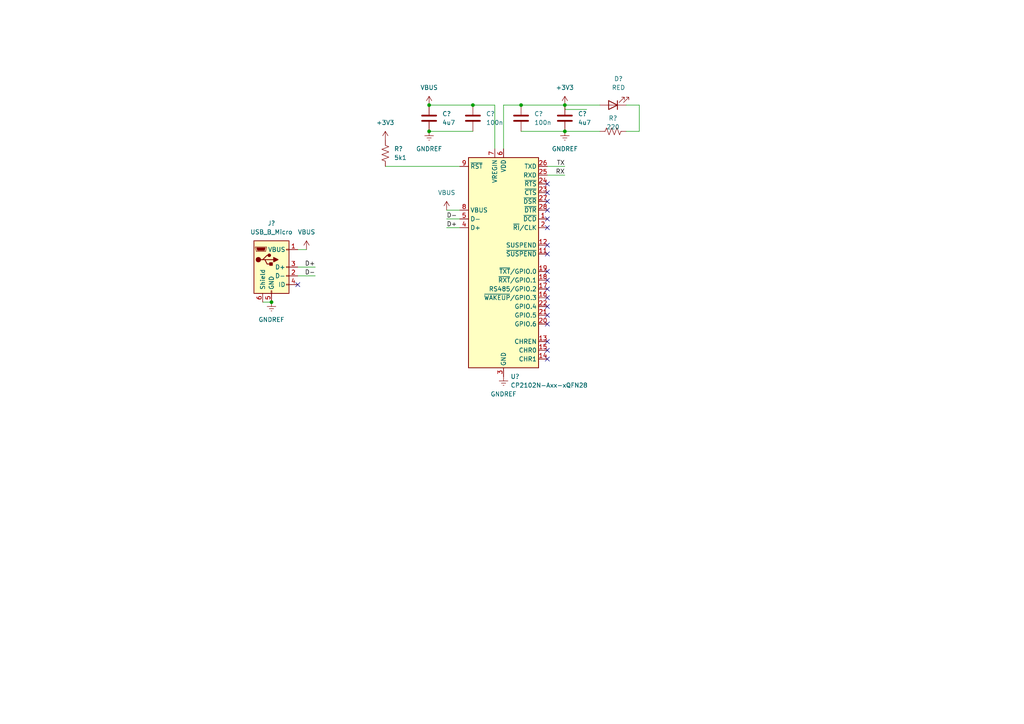
<source format=kicad_sch>
(kicad_sch (version 20211123) (generator eeschema)
  (paper "A4")
  (lib_symbols
    (symbol "Connector:USB_B_Micro" (pin_names (offset 1.016))
      (property "Reference" "J" (at -5.08 11.43 0))
      (property "Value" "USB_B_Micro" (at -5.08 8.89 0))
      (symbol "USB_B_Micro_0_1"
        (rectangle (start -5.08 -7.62) (end 5.08 7.62) (stroke (width 0.254)) (fill (type background)))
        (circle (center -3.81 2.159) (radius 0.635) (stroke (width 0.254)) (fill (type outline)))
        (circle (center -0.635 3.429) (radius 0.381) (stroke (width 0.254)) (fill (type outline)))
        (rectangle (start -0.127 -7.62) (end 0.127 -6.858))
        (polyline (pts (xy -1.905 2.159) (xy 0.635 2.159)) (stroke (width 0.254)))
        (polyline (pts (xy -3.175 2.159) (xy -2.54 2.159) (xy -1.27 3.429) (xy -0.635 3.429)) (stroke (width 0.254)))
        (polyline (pts (xy -2.54 2.159) (xy -1.905 2.159) (xy -1.27 0.889) (xy 0 0.889)) (stroke (width 0.254)))
        (polyline (pts (xy 0.635 2.794) (xy 0.635 1.524) (xy 1.905 2.159) (xy 0.635 2.794)) (stroke (width 0.254)) (fill (type outline)))
        (polyline (pts (xy -4.318 5.588) (xy -1.778 5.588) (xy -2.032 4.826) (xy -4.064 4.826) (xy -4.318 5.588)) (fill (type outline)))
        (polyline (pts (xy -4.699 5.842) (xy -4.699 5.588) (xy -4.445 4.826) (xy -4.445 4.572) (xy -1.651 4.572) (xy -1.651 4.826) (xy -1.397 5.588) (xy -1.397 5.842) (xy -4.699 5.842)))
        (rectangle (start 0.254 1.27) (end -0.508 0.508) (stroke (width 0.254)) (fill (type outline)))
        (rectangle (start 5.08 -5.207) (end 4.318 -4.953))
        (rectangle (start 5.08 -2.667) (end 4.318 -2.413))
        (rectangle (start 5.08 -0.127) (end 4.318 0.127))
        (rectangle (start 5.08 4.953) (end 4.318 5.207))
      )
      (symbol "USB_B_Micro_1_1"
        (pin power_out line (at 7.62 5.08 180) (length 2.54) (name "VBUS") (number "1"))
        (pin bidirectional line (at 7.62 -2.54 180) (length 2.54) (name "D-") (number "2"))
        (pin bidirectional line (at 7.62 0 180) (length 2.54) (name "D+") (number "3"))
        (pin passive line (at 7.62 -5.08 180) (length 2.54) (name "ID") (number "4"))
        (pin power_out line (at 0 -10.16 90) (length 2.54) (name "GND") (number "5"))
        (pin passive line (at -2.54 -10.16 90) (length 2.54) (name "Shield") (number "6"))
      )
    )
    (symbol "Device:C" (pin_numbers hide) (pin_names (offset 0.254))
      (property "Reference" "C" (at 0.635 2.54 0))
      (property "Value" "C" (at 0.635 -2.54 0))
      (symbol "C_0_1"
        (polyline (pts (xy -2.032 -0.762) (xy 2.032 -0.762)) (stroke (width 0.508)))
        (polyline (pts (xy -2.032 0.762) (xy 2.032 0.762)) (stroke (width 0.508)))
      )
      (symbol "C_1_1"
        (pin passive line (at 0 3.81 270) (length 2.794) (name "~") (number "1"))
        (pin passive line (at 0 -3.81 90) (length 2.794) (name "~") (number "2"))
      )
    )
    (symbol "Device:LED" (pin_numbers hide) (pin_names (offset 1.016) hide)
      (property "Reference" "D" (at 0 2.54 0))
      (property "Value" "LED" (at 0 -2.54 0))
      (symbol "LED_0_1"
        (polyline (pts (xy -1.27 -1.27) (xy -1.27 1.27)) (stroke (width 0.254)))
        (polyline (pts (xy -1.27 0) (xy 1.27 0)))
        (polyline (pts (xy 1.27 -1.27) (xy 1.27 1.27) (xy -1.27 0) (xy 1.27 -1.27)) (stroke (width 0.254)))
        (polyline (pts (xy -3.048 -0.762) (xy -4.572 -2.286) (xy -3.81 -2.286) (xy -4.572 -2.286) (xy -4.572 -1.524)))
        (polyline (pts (xy -1.778 -0.762) (xy -3.302 -2.286) (xy -2.54 -2.286) (xy -3.302 -2.286) (xy -3.302 -1.524)))
      )
      (symbol "LED_1_1"
        (pin passive line (at -3.81 0 0) (length 2.54) (name "K") (number "1"))
        (pin passive line (at 3.81 0 180) (length 2.54) (name "A") (number "2"))
      )
    )
    (symbol "Device:R_US" (pin_numbers hide) (pin_names (offset 0))
      (property "Reference" "R" (at 2.54 0 90))
      (property "Value" "R_US" (at -2.54 0 90))
      (symbol "R_US_0_1"
        (polyline (pts (xy 0 -2.286) (xy 0 -2.54)))
        (polyline (pts (xy 0 2.286) (xy 0 2.54)))
        (polyline (pts (xy 0 -0.762) (xy 1.016 -1.143) (xy 0 -1.524) (xy -1.016 -1.905) (xy 0 -2.286)))
        (polyline (pts (xy 0 0.762) (xy 1.016 0.381) (xy 0 0) (xy -1.016 -0.381) (xy 0 -0.762)))
        (polyline (pts (xy 0 2.286) (xy 1.016 1.905) (xy 0 1.524) (xy -1.016 1.143) (xy 0 0.762)))
      )
      (symbol "R_US_1_1"
        (pin passive line (at 0 3.81 270) (length 1.27) (name "~") (number "1"))
        (pin passive line (at 0 -3.81 90) (length 1.27) (name "~") (number "2"))
      )
    )
    (symbol "Interface_USB:CP2102N-Axx-xQFN28"
      (property "Reference" "U" (at -8.89 31.75 0))
      (property "Value" "CP2102N-Axx-xQFN28" (at 12.7 31.75 0))
      (symbol "CP2102N-Axx-xQFN28_0_1"
        (rectangle (start -10.16 30.48) (end 10.16 -30.48) (stroke (width 0.254)) (fill (type background)))
      )
      (symbol "CP2102N-Axx-xQFN28_1_1"
        (pin input line (at 12.7 12.7 180) (length 2.54) (name "~{DCD}") (number "1"))
        (pin no_connect line (at -10.16 -27.94 0) (length 2.54) hide (name "NC") (number "10"))
        (pin output line (at 12.7 2.54 180) (length 2.54) (name "~{SUSPEND}") (number "11"))
        (pin output line (at 12.7 5.08 180) (length 2.54) (name "SUSPEND") (number "12"))
        (pin output line (at 12.7 -22.86 180) (length 2.54) (name "CHREN") (number "13"))
        (pin output line (at 12.7 -27.94 180) (length 2.54) (name "CHR1") (number "14"))
        (pin output line (at 12.7 -25.4 180) (length 2.54) (name "CHR0") (number "15"))
        (pin bidirectional line (at 12.7 -10.16 180) (length 2.54) (name "~{WAKEUP}/GPIO.3") (number "16"))
        (pin bidirectional line (at 12.7 -7.62 180) (length 2.54) (name "RS485/GPIO.2") (number "17"))
        (pin bidirectional line (at 12.7 -5.08 180) (length 2.54) (name "~{RXT}/GPIO.1") (number "18"))
        (pin bidirectional line (at 12.7 -2.54 180) (length 2.54) (name "~{TXT}/GPIO.0") (number "19"))
        (pin bidirectional line (at 12.7 10.16 180) (length 2.54) (name "~{RI}/CLK") (number "2"))
        (pin bidirectional line (at 12.7 -17.78 180) (length 2.54) (name "GPIO.6") (number "20"))
        (pin bidirectional line (at 12.7 -15.24 180) (length 2.54) (name "GPIO.5") (number "21"))
        (pin bidirectional line (at 12.7 -12.7 180) (length 2.54) (name "GPIO.4") (number "22"))
        (pin input line (at 12.7 20.32 180) (length 2.54) (name "~{CTS}") (number "23"))
        (pin output line (at 12.7 22.86 180) (length 2.54) (name "~{RTS}") (number "24"))
        (pin input line (at 12.7 25.4 180) (length 2.54) (name "RXD") (number "25"))
        (pin output line (at 12.7 27.94 180) (length 2.54) (name "TXD") (number "26"))
        (pin input line (at 12.7 17.78 180) (length 2.54) (name "~{DSR}") (number "27"))
        (pin output line (at 12.7 15.24 180) (length 2.54) (name "~{DTR}") (number "28"))
        (pin passive line (at 0 -33.02 90) (length 2.54) hide (name "GND") (number "29"))
        (pin power_in line (at 0 -33.02 90) (length 2.54) (name "GND") (number "3"))
        (pin bidirectional line (at -12.7 10.16 0) (length 2.54) (name "D+") (number "4"))
        (pin bidirectional line (at -12.7 12.7 0) (length 2.54) (name "D-") (number "5"))
        (pin power_in line (at 0 33.02 270) (length 2.54) (name "VDD") (number "6"))
        (pin power_in line (at -2.54 33.02 270) (length 2.54) (name "VREGIN") (number "7"))
        (pin input line (at -12.7 15.24 0) (length 2.54) (name "VBUS") (number "8"))
        (pin input line (at -12.7 27.94 0) (length 2.54) (name "~{RST}") (number "9"))
      )
    )
    (symbol "power:+3V3" (power) (pin_names (offset 0))
      (property "Value" "+3V3" (at 0 3.556 0))
      (symbol "+3V3_0_1"
        (polyline (pts (xy -0.762 1.27) (xy 0 2.54)))
        (polyline (pts (xy 0 0) (xy 0 2.54)))
        (polyline (pts (xy 0 2.54) (xy 0.762 1.27)))
      )
      (symbol "+3V3_1_1"
        (pin power_in line (at 0 0 90) (length 0) hide (name "+3V3") (number "1"))
      )
    )
    (symbol "power:GNDREF" (power) (pin_names (offset 0))
      (property "Value" "GNDREF" (at 0 -3.81 0))
      (symbol "GNDREF_0_1"
        (polyline (pts (xy -0.635 -1.905) (xy 0.635 -1.905)))
        (polyline (pts (xy -0.127 -2.54) (xy 0.127 -2.54)))
        (polyline (pts (xy 0 -1.27) (xy 0 0)))
        (polyline (pts (xy 1.27 -1.27) (xy -1.27 -1.27)))
      )
      (symbol "GNDREF_1_1"
        (pin power_in line (at 0 0 270) (length 0) hide (name "GNDREF") (number "1"))
      )
    )
    (symbol "power:VBUS" (power) (pin_names (offset 0))
      (property "Value" "VBUS" (at 0 3.81 0))
      (symbol "VBUS_0_1"
        (polyline (pts (xy -0.762 1.27) (xy 0 2.54)))
        (polyline (pts (xy 0 0) (xy 0 2.54)))
        (polyline (pts (xy 0 2.54) (xy 0.762 1.27)))
      )
      (symbol "VBUS_1_1"
        (pin power_in line (at 0 0 90) (length 0) hide (name "VBUS") (number "1"))
      )
    )
  )
  (junction (at 124.46 38.1))
  (junction (at 137.16 30.48))
  (junction (at 163.83 38.1))
  (junction (at 163.83 30.48))
  (junction (at 78.74 87.63))
  (junction (at 151.13 30.48))
  (junction (at 124.46 30.48))
  (no_connect (at 86.36 82.55))
  (no_connect (at 158.75 73.66))
  (no_connect (at 158.75 81.28))
  (no_connect (at 158.75 78.74))
  (no_connect (at 158.75 99.06))
  (no_connect (at 158.75 101.6))
  (no_connect (at 158.75 104.14))
  (no_connect (at 158.75 93.98))
  (no_connect (at 158.75 91.44))
  (no_connect (at 158.75 88.9))
  (no_connect (at 158.75 86.36))
  (no_connect (at 158.75 83.82))
  (no_connect (at 158.75 58.42))
  (no_connect (at 158.75 55.88))
  (no_connect (at 158.75 53.34))
  (no_connect (at 158.75 71.12))
  (no_connect (at 158.75 66.04))
  (no_connect (at 158.75 63.5))
  (no_connect (at 158.75 60.96))
  (wire (pts (xy 158.75 50.8) (xy 163.83 50.8)))
  (wire (pts (xy 163.83 38.1) (xy 173.99 38.1)))
  (wire (pts (xy 151.13 38.1) (xy 163.83 38.1)))
  (wire (pts (xy 143.51 30.48) (xy 143.51 43.18)))
  (wire (pts (xy 129.54 66.04) (xy 133.35 66.04)))
  (wire (pts (xy 76.2 87.63) (xy 78.74 87.63)))
  (wire (pts (xy 129.54 63.5) (xy 133.35 63.5)))
  (wire (pts (xy 146.05 30.48) (xy 146.05 43.18)))
  (wire (pts (xy 151.13 30.48) (xy 146.05 30.48)))
  (wire (pts (xy 181.61 38.1) (xy 185.42 38.1)))
  (wire (pts (xy 185.42 30.48) (xy 185.42 38.1)))
  (wire (pts (xy 143.51 30.48) (xy 137.16 30.48)))
  (wire (pts (xy 163.83 31.75) (xy 163.83 30.48)))
  (wire (pts (xy 91.44 80.01) (xy 86.36 80.01)))
  (wire (pts (xy 86.36 77.47) (xy 91.44 77.47)))
  (wire (pts (xy 137.16 30.48) (xy 124.46 30.48)))
  (wire (pts (xy 111.76 48.26) (xy 133.35 48.26)))
  (wire (pts (xy 163.83 30.48) (xy 173.99 30.48)))
  (wire (pts (xy 170.18 31.75) (xy 163.83 31.75)))
  (wire (pts (xy 158.75 48.26) (xy 163.83 48.26)))
  (wire (pts (xy 185.42 30.48) (xy 181.61 30.48)))
  (wire (pts (xy 124.46 38.1) (xy 137.16 38.1)))
  (wire (pts (xy 163.83 30.48) (xy 151.13 30.48)))
  (wire (pts (xy 129.54 60.96) (xy 133.35 60.96)))
  (wire (pts (xy 88.9 72.39) (xy 86.36 72.39)))
  (label "RX" (at 163.83 50.8 180))
  (label "D+" (at 91.44 77.47 180))
  (label "D+" (at 129.54 66.04 0))
  (label "TX" (at 163.83 48.26 180))
  (label "D-" (at 129.54 63.5 0))
  (label "D-" (at 91.44 80.01 180))
  (symbol (lib_id "Device:R_US") (at 177.8 38.1 90) (unit 1)
    (property "Reference" "R?" (at 177.8 34.29 90))
    (property "Value" "220" (at 177.8 36.83 90))
    (property "Footprint" "Resistor_SMD:R_0402_1005Metric" (effects hide))
    (property "Datasheet" "https://www.mouser.com/datasheet/2/315/AOA0000C301-1488782.pdf" (effects hide))
    (property "Mouser" "https://www.mouser.com/ProductDetail/Panasonic/ERJ-2GEJ221X?qs=sGAEpiMZZMvdGkrng054t8AJgcdMkx7xHJFSutAlOIQ%3D" (effects hide))
  )
  (symbol (lib_id "Device:C") (at 163.83 34.29 0) (unit 1)
    (property "Reference" "C?" (at 167.64 33.0199 0) (effects (justify left)))
    (property "Value" "4u7" (at 167.64 35.5599 0) (effects (justify left)))
    (property "Footprint" "Capacitor_SMD:C_0402_1005Metric" (effects hide))
    (property "Datasheet" "https://www.mouser.com/datasheet/2/281/1/GRM155R60J475ME87_01A-1983790.pdf" (effects hide))
    (property "Mouser" "https://www.mouser.com/ProductDetail/Murata-Electronics/GRM155R60J475ME87D?qs=sGAEpiMZZMvsSlwiRhF8qkAft9XRf6r3Ub2INx3djJo%3D" (effects hide))
  )
  (symbol (lib_id "power:+3V3") (at 163.83 30.48 0) (unit 1)
    (property "Reference" "#PWR?" (effects hide))
    (property "Value" "+3V3" (at 163.83 25.4 0))
  )
  (symbol (lib_id "Interface_USB:CP2102N-Axx-xQFN28") (at 146.05 76.2 0) (unit 1)
    (property "Reference" "U?" (at 148.0694 109.22 0) (effects (justify left)))
    (property "Value" "CP2102N-Axx-xQFN28" (at 148.0694 111.76 0) (effects (justify left)))
    (property "Footprint" "Package_DFN_QFN:QFN-28-1EP_5x5mm_P0.5mm_EP3.35x3.35mm" (effects hide))
    (property "Datasheet" "https://www.silabs.com/documents/public/data-sheets/cp2102n-datasheet.pdf" (effects hide))
  )
  (symbol (lib_id "power:VBUS") (at 88.9 72.39 0) (unit 1)
    (property "Reference" "#PWR?" (effects hide))
    (property "Value" "VBUS" (at 88.9 67.31 0))
  )
  (symbol (lib_id "Device:C") (at 151.13 34.29 0) (unit 1)
    (property "Reference" "C?" (at 154.94 33.0199 0) (effects (justify left)))
    (property "Value" "100n" (at 154.94 35.5599 0) (effects (justify left)))
    (property "Footprint" "Capacitor_SMD:C_0402_1005Metric" (effects hide))
    (property "Datasheet" "https://www.mouser.com/datasheet/2/281/1/GRM155R71A104KA01_01A-1983947.pdf" (effects hide))
    (property "Mouser" "https://www.mouser.com/ProductDetail/Murata-Electronics/GRM155R71A104KA01J?qs=sGAEpiMZZMvsSlwiRhF8qo0YBaqK0GLyl8%252B3L%252BFQJNs%3D" (effects hide))
  )
  (symbol (lib_id "power:GNDREF") (at 78.74 87.63 0) (unit 1)
    (property "Reference" "#PWR?" (effects hide))
    (property "Value" "GNDREF" (at 78.74 92.71 0))
  )
  (symbol (lib_id "Device:LED") (at 177.8 30.48 180) (unit 1)
    (property "Reference" "D?" (at 179.3875 22.86 0))
    (property "Value" "RED" (at 179.3875 25.4 0))
    (property "Footprint" "LED_SMD:LED_0603_1608Metric" (effects hide))
    (property "Mouser" "https://www.mouser.com/ProductDetail/ROHM-Semiconductor/SML-D12V1WT86?qs=M3jcYzEJUdEt%252Bt18c0BExg%3D%3D" (effects hide))
  )
  (symbol (lib_id "Device:C") (at 137.16 34.29 0) (unit 1)
    (property "Reference" "C?" (at 140.97 33.0199 0) (effects (justify left)))
    (property "Value" "100n" (at 140.97 35.5599 0) (effects (justify left)))
    (property "Footprint" "Capacitor_SMD:C_0402_1005Metric" (effects hide))
    (property "Datasheet" "https://www.mouser.com/datasheet/2/281/1/GRM155R71A104KA01_01A-1983947.pdf" (effects hide))
    (property "Mouser" "https://www.mouser.com/ProductDetail/Murata-Electronics/GRM155R71A104KA01J?qs=sGAEpiMZZMvsSlwiRhF8qo0YBaqK0GLyl8%252B3L%252BFQJNs%3D" (effects hide))
  )
  (symbol (lib_id "power:VBUS") (at 124.46 30.48 0) (unit 1)
    (property "Reference" "#PWR?" (effects hide))
    (property "Value" "VBUS" (at 124.46 25.4 0))
  )
  (symbol (lib_id "Connector:USB_B_Micro") (at 78.74 77.47 0) (unit 1)
    (property "Reference" "J?" (at 78.74 64.77 0))
    (property "Value" "USB_B_Micro" (at 78.74 67.31 0))
    (property "Footprint" "Connector_USB:USB_Micro-B_Molex_47346-0001" (effects hide))
  )
  (symbol (lib_id "power:GNDREF") (at 146.05 109.22 0) (unit 1)
    (property "Reference" "#PWR?" (effects hide))
    (property "Value" "GNDREF" (at 146.05 114.3 0))
  )
  (symbol (lib_id "power:GNDREF") (at 163.83 38.1 0) (unit 1)
    (property "Reference" "#PWR?" (effects hide))
    (property "Value" "GNDREF" (at 163.83 43.18 0))
  )
  (symbol (lib_id "power:GNDREF") (at 124.46 38.1 0) (unit 1)
    (property "Reference" "#PWR?" (effects hide))
    (property "Value" "GNDREF" (at 124.46 43.18 0))
  )
  (symbol (lib_id "power:VBUS") (at 129.54 60.96 0) (unit 1)
    (property "Reference" "#PWR?" (effects hide))
    (property "Value" "VBUS" (at 129.54 55.88 0))
  )
  (symbol (lib_id "Device:R_US") (at 111.76 44.45 0) (unit 1)
    (property "Reference" "R?" (at 114.3 43.1799 0) (effects (justify left)))
    (property "Value" "5k1" (at 114.3 45.7199 0) (effects (justify left)))
    (property "Footprint" "Resistor_SMD:R_0402_1005Metric" (effects hide))
    (property "Datasheet" "https://www.mouser.com/datasheet/2/315/AOA0000C301-1488782.pdf" (effects hide))
    (property "Mouser" "https://www.reddit.com/r/tumblr/comments/ujkope/butter_rectangular_prism/" (effects hide))
  )
  (symbol (lib_id "power:+3V3") (at 111.76 40.64 0) (unit 1)
    (property "Reference" "#PWR?" (effects hide))
    (property "Value" "+3V3" (at 111.76 35.56 0))
  )
  (symbol (lib_id "Device:C") (at 124.46 34.29 0) (unit 1)
    (property "Reference" "C?" (at 128.27 33.0199 0) (effects (justify left)))
    (property "Value" "4u7" (at 128.27 35.5599 0) (effects (justify left)))
    (property "Footprint" "Capacitor_SMD:C_0402_1005Metric" (effects hide))
    (property "Datasheet" "https://www.mouser.com/datasheet/2/281/1/GRM155R60J475ME87_01A-1983790.pdf" (effects hide))
    (property "Mouser" "https://www.mouser.com/ProductDetail/Murata-Electronics/GRM155R60J475ME87D?qs=sGAEpiMZZMvsSlwiRhF8qkAft9XRf6r3Ub2INx3djJo%3D" (effects hide))
  )
)
</source>
